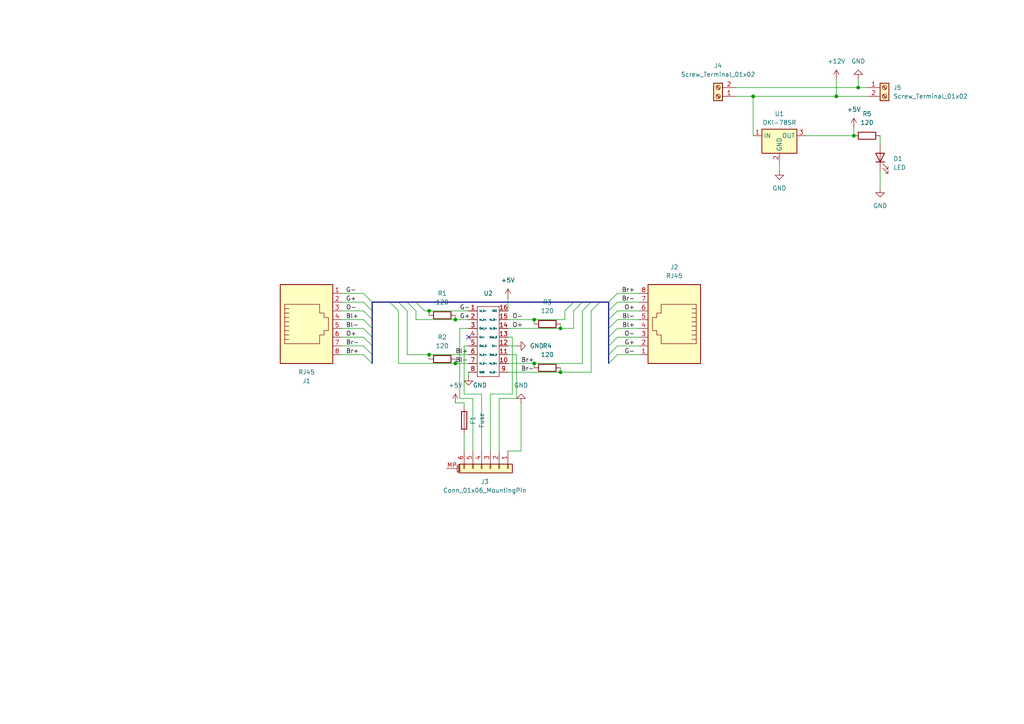
<source format=kicad_sch>
(kicad_sch (version 20231120) (generator "eeschema") (generator_version "8.0")
  (paper "A4")
  (lib_symbols
    (symbol "Connector:RJ45" (pin_names (offset 1.016))
      (property "Reference" "J" (at -5.08 13.97 0))
      (property "Value" "RJ45" (at 2.54 13.97 0))
      (symbol "RJ45_0_1"
        (polyline (pts (xy -5.08 4.445) (xy -6.35 4.445)))
        (polyline (pts (xy -5.08 5.715) (xy -6.35 5.715)))
        (polyline (pts (xy -6.35 -3.175) (xy -5.08 -3.175) (xy -5.08 -3.175)))
        (polyline (pts (xy -6.35 -1.905) (xy -5.08 -1.905) (xy -5.08 -1.905)))
        (polyline (pts (xy -6.35 -0.635) (xy -5.08 -0.635) (xy -5.08 -0.635)))
        (polyline (pts (xy -6.35 0.635) (xy -5.08 0.635) (xy -5.08 0.635)))
        (polyline (pts (xy -6.35 1.905) (xy -5.08 1.905) (xy -5.08 1.905)))
        (polyline (pts (xy -5.08 3.175) (xy -6.35 3.175) (xy -6.35 3.175)))
        (polyline (pts (xy -6.35 -4.445) (xy -6.35 6.985) (xy 3.81 6.985) (xy 3.81 4.445) (xy 5.08 4.445) (xy 5.08 3.175) (xy 6.35 3.175) (xy 6.35 -0.635) (xy 5.08 -0.635) (xy 5.08 -1.905) (xy 3.81 -1.905) (xy 3.81 -4.445) (xy -6.35 -4.445) (xy -6.35 -4.445)))
        (rectangle (start 7.62 12.7) (end -7.62 -10.16) (stroke (width 0.254)) (fill (type background)))
      )
      (symbol "RJ45_1_1"
        (pin passive line (at 10.16 -7.62 180) (length 2.54) (name "~") (number "1"))
        (pin passive line (at 10.16 -5.08 180) (length 2.54) (name "~") (number "2"))
        (pin passive line (at 10.16 -2.54 180) (length 2.54) (name "~") (number "3"))
        (pin passive line (at 10.16 0 180) (length 2.54) (name "~") (number "4"))
        (pin passive line (at 10.16 2.54 180) (length 2.54) (name "~") (number "5"))
        (pin passive line (at 10.16 5.08 180) (length 2.54) (name "~") (number "6"))
        (pin passive line (at 10.16 7.62 180) (length 2.54) (name "~") (number "7"))
        (pin passive line (at 10.16 10.16 180) (length 2.54) (name "~") (number "8"))
      )
    )
    (symbol "Connector:Screw_Terminal_01x02" (pin_names (offset 1.016) hide)
      (property "Reference" "J" (at 0 2.54 0))
      (property "Value" "Screw_Terminal_01x02" (at 0 -5.08 0))
      (symbol "Screw_Terminal_01x02_1_1"
        (rectangle (start -1.27 1.27) (end 1.27 -3.81) (stroke (width 0.254)) (fill (type background)))
        (circle (center 0 -2.54) (radius 0.635) (stroke (width 0.1524)))
        (polyline (pts (xy -0.5334 -2.2098) (xy 0.3302 -3.048)) (stroke (width 0.1524)))
        (polyline (pts (xy -0.5334 0.3302) (xy 0.3302 -0.508)) (stroke (width 0.1524)))
        (polyline (pts (xy -0.3556 -2.032) (xy 0.508 -2.8702)) (stroke (width 0.1524)))
        (polyline (pts (xy -0.3556 0.508) (xy 0.508 -0.3302)) (stroke (width 0.1524)))
        (circle (center 0 0) (radius 0.635) (stroke (width 0.1524)))
        (pin passive line (at -5.08 0 0) (length 3.81) (name "Pin_1") (number "1"))
        (pin passive line (at -5.08 -2.54 0) (length 3.81) (name "Pin_2") (number "2"))
      )
    )
    (symbol "Connector_Generic_MountingPin:Conn_01x06_MountingPin" (pin_names (offset 1.016) hide)
      (property "Reference" "J" (at 0 7.62 0))
      (property "Value" "Conn_01x06_MountingPin" (at 1.27 -10.16 0))
      (symbol "Conn_01x06_MountingPin_1_1"
        (rectangle (start -1.27 -7.493) (end 0 -7.747) (stroke (width 0.1524)))
        (rectangle (start -1.27 -4.953) (end 0 -5.207) (stroke (width 0.1524)))
        (rectangle (start -1.27 -2.413) (end 0 -2.667) (stroke (width 0.1524)))
        (rectangle (start -1.27 0.127) (end 0 -0.127) (stroke (width 0.1524)))
        (rectangle (start -1.27 2.667) (end 0 2.413) (stroke (width 0.1524)))
        (rectangle (start -1.27 5.207) (end 0 4.953) (stroke (width 0.1524)))
        (rectangle (start -1.27 6.35) (end 1.27 -8.89) (stroke (width 0.254)) (fill (type background)))
        (polyline (pts (xy -1.016 -9.652) (xy 1.016 -9.652)) (stroke (width 0.1524)))
        (text "Mounting" (at 0 -9.271 0) (effects (font (size 0.381 0.381))))
        (pin passive line (at -5.08 5.08 0) (length 3.81) (name "Pin_1") (number "1"))
        (pin passive line (at -5.08 2.54 0) (length 3.81) (name "Pin_2") (number "2"))
        (pin passive line (at -5.08 0 0) (length 3.81) (name "Pin_3") (number "3"))
        (pin passive line (at -5.08 -2.54 0) (length 3.81) (name "Pin_4") (number "4"))
        (pin passive line (at -5.08 -5.08 0) (length 3.81) (name "Pin_5") (number "5"))
        (pin passive line (at -5.08 -7.62 0) (length 3.81) (name "Pin_6") (number "6"))
        (pin passive line (at 0 -12.7 90) (length 3.048) (name "MountPin") (number "MP"))
      )
    )
    (symbol "Converter_DCDC:OKI-78SR-3.3_1.5-W36-C"
      (property "Reference" "U" (at -3.81 3.175 0))
      (property "Value" "OKI-78SR-3.3_1.5-W36-C" (at 0 3.175 0))
      (symbol "OKI-78SR-3.3_1.5-W36-C_0_1"
        (rectangle (start -5.08 1.905) (end 5.08 -5.08) (stroke (width 0.254)) (fill (type background)))
      )
      (symbol "OKI-78SR-3.3_1.5-W36-C_1_1"
        (pin power_in line (at -7.62 0 0) (length 2.54) (name "IN") (number "1"))
        (pin power_in line (at 0 -7.62 90) (length 2.54) (name "GND") (number "2"))
        (pin power_out line (at 7.62 0 180) (length 2.54) (name "OUT") (number "3"))
      )
    )
    (symbol "Device:Fuse" (pin_numbers hide) (pin_names (offset 0))
      (property "Reference" "F" (at 2.032 0 90))
      (property "Value" "Fuse" (at -1.905 0 90))
      (symbol "Fuse_0_1"
        (rectangle (start -0.762 -2.54) (end 0.762 2.54) (stroke (width 0.254)))
        (polyline (pts (xy 0 2.54) (xy 0 -2.54)))
      )
      (symbol "Fuse_1_1"
        (pin passive line (at 0 3.81 270) (length 1.27) (name "~") (number "1"))
        (pin passive line (at 0 -3.81 90) (length 1.27) (name "~") (number "2"))
      )
    )
    (symbol "Device:LED" (pin_numbers hide) (pin_names (offset 1.016) hide)
      (property "Reference" "D" (at 0 2.54 0))
      (property "Value" "LED" (at 0 -2.54 0))
      (symbol "LED_0_1"
        (polyline (pts (xy -1.27 -1.27) (xy -1.27 1.27)) (stroke (width 0.254)))
        (polyline (pts (xy -1.27 0) (xy 1.27 0)))
        (polyline (pts (xy 1.27 -1.27) (xy 1.27 1.27) (xy -1.27 0) (xy 1.27 -1.27)) (stroke (width 0.254)))
        (polyline (pts (xy -3.048 -0.762) (xy -4.572 -2.286) (xy -3.81 -2.286) (xy -4.572 -2.286) (xy -4.572 -1.524)))
        (polyline (pts (xy -1.778 -0.762) (xy -3.302 -2.286) (xy -2.54 -2.286) (xy -3.302 -2.286) (xy -3.302 -1.524)))
      )
      (symbol "LED_1_1"
        (pin passive line (at -3.81 0 0) (length 2.54) (name "K") (number "1"))
        (pin passive line (at 3.81 0 180) (length 2.54) (name "A") (number "2"))
      )
    )
    (symbol "Device:R" (pin_numbers hide) (pin_names (offset 0))
      (property "Reference" "R" (at 2.032 0 90))
      (property "Value" "R" (at 0 0 90))
      (symbol "R_0_1"
        (rectangle (start -1.016 -2.54) (end 1.016 2.54) (stroke (width 0.254)))
      )
      (symbol "R_1_1"
        (pin passive line (at 0 3.81 270) (length 1.27) (name "~") (number "1"))
        (pin passive line (at 0 -3.81 90) (length 1.27) (name "~") (number "2"))
      )
    )
    (symbol "SMM:DS26C32ATMX"
      (property "Reference" "U" (at 0 0 0))
      (symbol "DS26C32ATMX_0_1"
        (rectangle (start 0 20.32) (end 6.35 0))
      )
      (symbol "DS26C32ATMX_1_1"
        (pin input line (at -2.54 19.05 0) (length 2.54) (name "In_A-") (number "1"))
        (pin input line (at 8.89 3.81 180) (length 2.54) (name "In_D+") (number "10"))
        (pin input line (at 8.89 6.35 180) (length 2.54) (name "Out_D") (number "11"))
        (pin input line (at 8.89 8.89 180) (length 2.54) (name "En-") (number "12"))
        (pin input line (at 8.89 11.43 180) (length 2.54) (name "Out_B") (number "13"))
        (pin input line (at 8.89 13.97 180) (length 2.54) (name "In_B+") (number "14"))
        (pin input line (at 8.89 16.51 180) (length 2.54) (name "In_B-") (number "15"))
        (pin input line (at 8.89 19.05 180) (length 2.54) (name "VCC") (number "16"))
        (pin input line (at -2.54 16.51 0) (length 2.54) (name "In_A+") (number "2"))
        (pin input line (at -2.54 13.97 0) (length 2.54) (name "Out_A") (number "3"))
        (pin input line (at -2.54 11.43 0) (length 2.54) (name "En+") (number "4"))
        (pin input line (at -2.54 8.89 0) (length 2.54) (name "Out_C") (number "5"))
        (pin input line (at -2.54 6.35 0) (length 2.54) (name "In_C+") (number "6"))
        (pin input line (at -2.54 3.81 0) (length 2.54) (name "In_C-") (number "7"))
        (pin input line (at -2.54 1.27 0) (length 2.54) (name "GND") (number "8"))
        (pin input line (at 8.89 1.27 180) (length 2.54) (name "In_D-") (number "9"))
      )
    )
    (symbol "power:+12V" (power) (pin_numbers hide) (pin_names (offset 0) hide)
      (property "Value" "+12V" (at 0 3.556 0))
      (symbol "+12V_0_1"
        (polyline (pts (xy -0.762 1.27) (xy 0 2.54)))
        (polyline (pts (xy 0 0) (xy 0 2.54)))
        (polyline (pts (xy 0 2.54) (xy 0.762 1.27)))
      )
      (symbol "+12V_1_1"
        (pin power_in line (at 0 0 90) (length 0) (name "~") (number "1"))
      )
    )
    (symbol "power:+5V" (power) (pin_numbers hide) (pin_names (offset 0) hide)
      (property "Value" "+5V" (at 0 3.556 0))
      (symbol "+5V_0_1"
        (polyline (pts (xy -0.762 1.27) (xy 0 2.54)))
        (polyline (pts (xy 0 0) (xy 0 2.54)))
        (polyline (pts (xy 0 2.54) (xy 0.762 1.27)))
      )
      (symbol "+5V_1_1"
        (pin power_in line (at 0 0 90) (length 0) (name "~") (number "1"))
      )
    )
    (symbol "power:GND" (power) (pin_numbers hide) (pin_names (offset 0) hide)
      (property "Value" "GND" (at 0 -3.81 0))
      (symbol "GND_0_1"
        (polyline (pts (xy 0 0) (xy 0 -1.27) (xy 1.27 -1.27) (xy 0 -2.54) (xy -1.27 -1.27) (xy 0 -1.27)))
      )
      (symbol "GND_1_1"
        (pin power_in line (at 0 0 270) (length 0) (name "~") (number "1"))
      )
    )
  )
  (junction (at 162.56 107.95))
  (junction (at 162.56 95.25))
  (junction (at 132.08 105.41))
  (junction (at 242.57 27.94))
  (junction (at 154.94 105.41))
  (junction (at 218.44 27.94))
  (junction (at 248.92 25.4))
  (junction (at 247.65 39.37))
  (junction (at 154.94 92.71))
  (junction (at 124.46 102.87))
  (junction (at 132.08 92.71))
  (junction (at 124.46 90.17))
  (no_connect (at 135.89 97.79))
  (bus_entry (at 179.07 95.25) (size -2.54 2.54))
  (bus_entry (at 179.07 90.17) (size -2.54 2.54))
  (bus_entry (at 163.83 90.17) (size 2.54 -2.54))
  (bus_entry (at 120.65 87.63) (size 2.54 2.54))
  (bus_entry (at 168.91 90.17) (size 2.54 -2.54))
  (bus_entry (at 179.07 87.63) (size -2.54 2.54))
  (bus_entry (at 105.41 87.63) (size 2.54 2.54))
  (bus_entry (at 105.41 90.17) (size 2.54 2.54))
  (bus_entry (at 105.41 100.33) (size 2.54 2.54))
  (bus_entry (at 179.07 97.79) (size -2.54 2.54))
  (bus_entry (at 105.41 102.87) (size 2.54 2.54))
  (bus_entry (at 118.11 87.63) (size 2.54 2.54))
  (bus_entry (at 179.07 85.09) (size -2.54 2.54))
  (bus_entry (at 171.45 90.17) (size 2.54 -2.54))
  (bus_entry (at 179.07 102.87) (size -2.54 2.54))
  (bus_entry (at 179.07 100.33) (size -2.54 2.54))
  (bus_entry (at 105.41 85.09) (size 2.54 2.54))
  (bus_entry (at 179.07 92.71) (size -2.54 2.54))
  (bus_entry (at 105.41 92.71) (size 2.54 2.54))
  (bus_entry (at 113.03 87.63) (size 2.54 2.54))
  (bus_entry (at 105.41 95.25) (size 2.54 2.54))
  (bus_entry (at 115.57 87.63) (size 2.54 2.54))
  (bus_entry (at 166.37 90.17) (size 2.54 -2.54))
  (bus_entry (at 105.41 97.79) (size 2.54 2.54))
  (wire (pts (xy 147.32 100.33) (xy 149.86 100.33)))
  (wire (pts (xy 99.06 87.63) (xy 105.41 87.63)))
  (bus (pts (xy 176.53 90.17) (xy 176.53 92.71)))
  (bus (pts (xy 115.57 87.63) (xy 118.11 87.63)))
  (wire (pts (xy 120.65 90.17) (xy 120.65 92.71)))
  (wire (pts (xy 124.46 90.17) (xy 135.89 90.17)))
  (bus (pts (xy 176.53 87.63) (xy 176.53 90.17)))
  (wire (pts (xy 162.56 106.68) (xy 162.56 107.95)))
  (bus (pts (xy 176.53 102.87) (xy 176.53 105.41)))
  (wire (pts (xy 147.32 97.79) (xy 148.59 97.79)))
  (bus (pts (xy 173.99 87.63) (xy 176.53 87.63)))
  (wire (pts (xy 248.92 25.4) (xy 251.46 25.4)))
  (wire (pts (xy 123.19 90.17) (xy 124.46 90.17)))
  (wire (pts (xy 99.06 100.33) (xy 105.41 100.33)))
  (wire (pts (xy 247.65 39.37) (xy 233.68 39.37)))
  (wire (pts (xy 144.78 130.81) (xy 144.78 115.57)))
  (bus (pts (xy 107.95 92.71) (xy 107.95 90.17)))
  (wire (pts (xy 135.89 100.33) (xy 134.62 100.33)))
  (bus (pts (xy 118.11 87.63) (xy 120.65 87.63)))
  (wire (pts (xy 118.11 102.87) (xy 124.46 102.87)))
  (wire (pts (xy 115.57 105.41) (xy 132.08 105.41)))
  (wire (pts (xy 154.94 92.71) (xy 147.32 92.71)))
  (bus (pts (xy 107.95 87.63) (xy 113.03 87.63)))
  (wire (pts (xy 132.08 92.71) (xy 135.89 92.71)))
  (wire (pts (xy 162.56 93.98) (xy 162.56 95.25)))
  (wire (pts (xy 149.86 102.87) (xy 149.86 115.57)))
  (wire (pts (xy 133.35 115.57) (xy 137.16 115.57)))
  (wire (pts (xy 218.44 27.94) (xy 242.57 27.94)))
  (wire (pts (xy 168.91 90.17) (xy 168.91 105.41)))
  (bus (pts (xy 176.53 95.25) (xy 176.53 97.79)))
  (wire (pts (xy 168.91 105.41) (xy 154.94 105.41)))
  (wire (pts (xy 171.45 107.95) (xy 162.56 107.95)))
  (wire (pts (xy 242.57 27.94) (xy 251.46 27.94)))
  (wire (pts (xy 133.35 95.25) (xy 133.35 115.57)))
  (wire (pts (xy 154.94 105.41) (xy 147.32 105.41)))
  (wire (pts (xy 248.92 22.86) (xy 248.92 25.4)))
  (bus (pts (xy 176.53 100.33) (xy 176.53 102.87)))
  (wire (pts (xy 99.06 95.25) (xy 105.41 95.25)))
  (bus (pts (xy 107.95 102.87) (xy 107.95 100.33)))
  (wire (pts (xy 147.32 102.87) (xy 149.86 102.87)))
  (bus (pts (xy 107.95 97.79) (xy 107.95 95.25)))
  (wire (pts (xy 132.08 116.84) (xy 134.62 116.84)))
  (wire (pts (xy 99.06 92.71) (xy 105.41 92.71)))
  (wire (pts (xy 133.35 95.25) (xy 135.89 95.25)))
  (wire (pts (xy 185.42 100.33) (xy 179.07 100.33)))
  (wire (pts (xy 162.56 107.95) (xy 147.32 107.95)))
  (wire (pts (xy 135.89 107.95) (xy 135.89 109.22)))
  (wire (pts (xy 166.37 95.25) (xy 162.56 95.25)))
  (wire (pts (xy 218.44 27.94) (xy 218.44 39.37)))
  (wire (pts (xy 132.08 104.14) (xy 132.08 105.41)))
  (wire (pts (xy 137.16 115.57) (xy 137.16 130.81)))
  (bus (pts (xy 107.95 95.25) (xy 107.95 92.71)))
  (wire (pts (xy 134.62 116.84) (xy 134.62 118.11)))
  (wire (pts (xy 213.36 27.94) (xy 218.44 27.94)))
  (wire (pts (xy 99.06 97.79) (xy 105.41 97.79)))
  (bus (pts (xy 113.03 87.63) (xy 115.57 87.63)))
  (wire (pts (xy 242.57 22.86) (xy 242.57 27.94)))
  (bus (pts (xy 176.53 97.79) (xy 176.53 100.33)))
  (wire (pts (xy 118.11 90.17) (xy 118.11 102.87)))
  (wire (pts (xy 171.45 90.17) (xy 171.45 107.95)))
  (wire (pts (xy 185.42 90.17) (xy 179.07 90.17)))
  (wire (pts (xy 142.24 130.81) (xy 142.24 114.3)))
  (wire (pts (xy 139.7 114.3) (xy 134.62 114.3)))
  (wire (pts (xy 124.46 102.87) (xy 135.89 102.87)))
  (wire (pts (xy 226.06 46.99) (xy 226.06 49.53)))
  (wire (pts (xy 163.83 90.17) (xy 163.83 92.71)))
  (wire (pts (xy 185.42 87.63) (xy 179.07 87.63)))
  (wire (pts (xy 162.56 95.25) (xy 147.32 95.25)))
  (wire (pts (xy 148.59 97.79) (xy 148.59 114.3)))
  (wire (pts (xy 255.27 39.37) (xy 255.27 41.91)))
  (wire (pts (xy 185.42 92.71) (xy 179.07 92.71)))
  (wire (pts (xy 185.42 102.87) (xy 179.07 102.87)))
  (wire (pts (xy 185.42 95.25) (xy 179.07 95.25)))
  (wire (pts (xy 124.46 90.17) (xy 124.46 91.44)))
  (wire (pts (xy 120.65 92.71) (xy 132.08 92.71)))
  (bus (pts (xy 120.65 87.63) (xy 166.37 87.63)))
  (wire (pts (xy 139.7 130.81) (xy 139.7 114.3)))
  (wire (pts (xy 144.78 115.57) (xy 149.86 115.57)))
  (wire (pts (xy 99.06 90.17) (xy 105.41 90.17)))
  (bus (pts (xy 176.53 92.71) (xy 176.53 95.25)))
  (wire (pts (xy 154.94 105.41) (xy 154.94 106.68)))
  (wire (pts (xy 185.42 97.79) (xy 179.07 97.79)))
  (wire (pts (xy 213.36 25.4) (xy 248.92 25.4)))
  (wire (pts (xy 151.13 130.81) (xy 151.13 116.84)))
  (wire (pts (xy 166.37 90.17) (xy 166.37 95.25)))
  (wire (pts (xy 142.24 114.3) (xy 148.59 114.3)))
  (wire (pts (xy 154.94 92.71) (xy 154.94 93.98)))
  (wire (pts (xy 163.83 92.71) (xy 154.94 92.71)))
  (wire (pts (xy 255.27 49.53) (xy 255.27 54.61)))
  (wire (pts (xy 132.08 91.44) (xy 132.08 92.71)))
  (wire (pts (xy 124.46 102.87) (xy 124.46 104.14)))
  (wire (pts (xy 147.32 86.36) (xy 147.32 90.17)))
  (wire (pts (xy 247.65 36.83) (xy 247.65 39.37)))
  (wire (pts (xy 99.06 85.09) (xy 105.41 85.09)))
  (bus (pts (xy 107.95 100.33) (xy 107.95 97.79)))
  (wire (pts (xy 134.62 125.73) (xy 134.62 130.81)))
  (bus (pts (xy 107.95 90.17) (xy 107.95 87.63)))
  (wire (pts (xy 115.57 90.17) (xy 115.57 105.41)))
  (bus (pts (xy 166.37 87.63) (xy 168.91 87.63)))
  (wire (pts (xy 134.62 100.33) (xy 134.62 114.3)))
  (wire (pts (xy 185.42 85.09) (xy 179.07 85.09)))
  (bus (pts (xy 107.95 102.87) (xy 107.95 105.41)))
  (wire (pts (xy 147.32 130.81) (xy 151.13 130.81)))
  (bus (pts (xy 171.45 87.63) (xy 173.99 87.63)))
  (bus (pts (xy 168.91 87.63) (xy 171.45 87.63)))
  (wire (pts (xy 132.08 105.41) (xy 135.89 105.41)))
  (wire (pts (xy 99.06 102.87) (xy 105.41 102.87)))
  (label "O+" (at 148.59 95.25 0))
  (label "O+" (at 100.33 97.79 0))
  (label "Br+" (at 100.33 102.87 0))
  (label "Bl-" (at 100.33 95.25 0))
  (label "Bl+" (at 100.33 92.71 0))
  (label "G-" (at 184.15 102.87 180))
  (label "O-" (at 184.15 97.79 180))
  (label "O+" (at 184.15 90.17 180))
  (label "Bl+" (at 132.08 102.87 0))
  (label "Br-" (at 100.33 100.33 0))
  (label "Br+" (at 184.15 85.09 180))
  (label "Br+" (at 151.13 105.41 0))
  (label "Bl+" (at 184.15 95.25 180))
  (label "G+" (at 133.35 92.71 0))
  (label "Bl-" (at 132.08 105.41 0))
  (label "G+" (at 100.33 87.63 0))
  (label "Bl-" (at 184.15 92.71 180))
  (label "Br-" (at 151.13 107.95 0))
  (label "O-" (at 100.33 90.17 0))
  (label "G+" (at 184.15 100.33 180))
  (label "O-" (at 148.59 92.71 0))
  (label "Br-" (at 184.15 87.63 180))
  (label "G-" (at 133.35 90.17 0))
  (label "G-" (at 100.33 85.09 0))
  (symbol (lib_id "Device:R") (at 128.27 91.44 90) (unit 1)
    (property "Reference" "R1" (at 128.27 85.09 90))
    (property "Value" "120" (at 128.27 87.63 90))
    (property "Footprint" "OptoDevice:R_LDR_5.0x4.1mm_P3mm_Vertical" (effects (hide yes)))
    (property "Description" "Resistor" (effects (hide yes)))
  )
  (symbol (lib_id "power:GND") (at 149.86 100.33 90) (unit 1)
    (property "Reference" "#PWR07" (effects (hide yes)))
    (property "Value" "GND" (at 153.67 100.3299 90) (effects (justify right)))
    (property "Description" "Power symbol creates a global label with name \"GND\" , ground" (effects (hide yes)))
  )
  (symbol (lib_id "power:+5V") (at 247.65 36.83 0) (unit 1)
    (property "Reference" "#PWR03" (effects (hide yes)))
    (property "Value" "+5V" (at 247.65 31.75 0))
    (property "Description" "Power symbol creates a global label with name \"+5V\"" (effects (hide yes)))
  )
  (symbol (lib_id "power:+12V") (at 242.57 22.86 0) (unit 1)
    (property "Reference" "#PWR02" (effects (hide yes)))
    (property "Value" "+12V" (at 242.57 17.78 0))
    (property "Description" "Power symbol creates a global label with name \"+12V\"" (effects (hide yes)))
  )
  (symbol (lib_id "Connector:RJ45") (at 88.9 92.71 0) (mirror x) (unit 1)
    (property "Reference" "J1" (at 88.9 110.49 0))
    (property "Value" "RJ45" (at 88.9 107.95 0))
    (property "Footprint" "Connector_RJ:RJ45_Ninigi_GE" (effects (hide yes)))
    (property "LCSC" "C708636" (effects (hide yes)))
  )
  (symbol (lib_id "Connector:RJ45") (at 195.58 95.25 0) (mirror y) (unit 1)
    (property "Reference" "J2" (at 195.58 77.47 0))
    (property "Value" "RJ45" (at 195.58 80.01 0))
    (property "Footprint" "Connector_RJ:RJ45_Ninigi_GE" (effects (hide yes)))
    (property "LCSC" "C708636" (effects (hide yes)))
  )
  (symbol (lib_id "power:+5V") (at 132.08 116.84 0) (unit 1)
    (property "Reference" "#PWR08" (effects (hide yes)))
    (property "Value" "+5V" (at 132.08 111.76 0))
    (property "Description" "Power symbol creates a global label with name \"+5V\"" (effects (hide yes)))
  )
  (symbol (lib_id "power:GND") (at 135.89 109.22 0) (unit 1)
    (property "Reference" "#PWR05" (effects (hide yes)))
    (property "Value" "GND" (at 139.192 111.76 0))
    (property "Description" "Power symbol creates a global label with name \"GND\" , ground" (effects (hide yes)))
  )
  (symbol (lib_id "Connector_Generic_MountingPin:Conn_01x06_MountingPin") (at 142.24 135.89 270) (unit 1)
    (property "Reference" "J3" (at 140.6144 139.7 90))
    (property "Value" "Conn_01x06_MountingPin" (at 140.6144 142.24 90))
    (property "Footprint" "Connector_Phoenix_MC:PhoenixContact_MC_1,5_6-G-3.5_1x06_P3.50mm_Horizontal" (effects (hide yes)))
    (property "Description" "Generic connectable mounting pin connector, single row, 01x06, script generated (kicad-library-utils/schlib/autogen/connector/)" (effects (hide yes)))
  )
  (symbol (lib_id "power:GND") (at 255.27 54.61 0) (unit 1)
    (property "Reference" "#PWR010" (effects (hide yes)))
    (property "Value" "GND" (at 255.27 59.69 0))
    (property "Description" "Power symbol creates a global label with name \"GND\" , ground" (effects (hide yes)))
  )
  (symbol (lib_id "Device:R") (at 251.46 39.37 90) (unit 1)
    (property "Reference" "R5" (at 251.46 33.02 90))
    (property "Value" "120" (at 251.46 35.56 90))
    (property "Footprint" "Resistor_SMD:R_1206_3216Metric" (effects (hide yes)))
    (property "Description" "Resistor" (effects (hide yes)))
  )
  (symbol (lib_id "Connector:Screw_Terminal_01x02") (at 256.54 25.4 0) (unit 1)
    (property "Reference" "J5" (at 259.08 25.3999 0) (effects (justify left)))
    (property "Value" "Screw_Terminal_01x02" (at 259.08 27.9399 0) (effects (justify left)))
    (property "Footprint" "SMM:TerminalBlock_Wago_2x1_2604_1102" (effects (hide yes)))
    (property "Description" "Generic screw terminal, single row, 01x02, script generated (kicad-library-utils/schlib/autogen/connector/)" (effects (hide yes)))
  )
  (symbol (lib_id "Device:R") (at 128.27 104.14 90) (unit 1)
    (property "Reference" "R2" (at 128.27 97.79 90))
    (property "Value" "120" (at 128.27 100.33 90))
    (property "Footprint" "OptoDevice:R_LDR_5.0x4.1mm_P3mm_Vertical" (effects (hide yes)))
    (property "Description" "Resistor" (effects (hide yes)))
  )
  (symbol (lib_id "power:GND") (at 151.13 116.84 180) (unit 1)
    (property "Reference" "#PWR09" (effects (hide yes)))
    (property "Value" "GND" (at 151.13 111.76 0))
    (property "Description" "Power symbol creates a global label with name \"GND\" , ground" (effects (hide yes)))
  )
  (symbol (lib_id "Device:R") (at 158.75 93.98 90) (unit 1)
    (property "Reference" "R3" (at 158.75 87.63 90))
    (property "Value" "120" (at 158.75 90.17 90))
    (property "Footprint" "OptoDevice:R_LDR_5.0x4.1mm_P3mm_Vertical" (effects (hide yes)))
    (property "Description" "Resistor" (effects (hide yes)))
  )
  (symbol (lib_id "Converter_DCDC:OKI-78SR-3.3_1.5-W36-C") (at 226.06 39.37 0) (unit 1)
    (property "Reference" "U1" (at 226.06 33.02 0))
    (property "Value" "OKI-78SR" (at 226.06 35.56 0))
    (property "Footprint" "Converter_DCDC:Converter_DCDC_Murata_OKI-78SR_Vertical" (effects (hide yes)))
    (property "Datasheet" "https://power.murata.com/data/power/oki-78sr.pdf" (effects (hide yes)))
    (property "Description" "1.5A Step-Down DC/DC-Regulator, 7-36V input, 3.3V fixed Output Voltage, LM78xx replacement, -40°C to +85°C, OKI-78SR_Vertical" (effects (hide yes)))
  )
  (symbol (lib_id "Device:LED") (at 255.27 45.72 90) (unit 1)
    (property "Reference" "D1" (at 259.08 46.0374 90) (effects (justify right)))
    (property "Value" "LED" (at 259.08 48.5774 90) (effects (justify right)))
    (property "Footprint" "LED_THT:LED_D3.0mm" (effects (hide yes)))
    (property "Description" "Light emitting diode" (effects (hide yes)))
  )
  (symbol (lib_id "power:GND") (at 248.92 22.86 180) (unit 1)
    (property "Reference" "#PWR04" (effects (hide yes)))
    (property "Value" "GND" (at 248.92 17.78 0))
    (property "Description" "Power symbol creates a global label with name \"GND\" , ground" (effects (hide yes)))
  )
  (symbol (lib_id "Device:R") (at 158.75 106.68 90) (unit 1)
    (property "Reference" "R4" (at 158.75 100.33 90))
    (property "Value" "120" (at 158.75 102.87 90))
    (property "Footprint" "OptoDevice:R_LDR_5.0x4.1mm_P3mm_Vertical" (effects (hide yes)))
    (property "Description" "Resistor" (effects (hide yes)))
  )
  (symbol (lib_id "power:GND") (at 226.06 49.53 0) (unit 1)
    (property "Reference" "#PWR01" (effects (hide yes)))
    (property "Value" "GND" (at 226.06 54.61 0))
    (property "Description" "Power symbol creates a global label with name \"GND\" , ground" (effects (hide yes)))
  )
  (symbol (lib_id "power:+5V") (at 147.32 86.36 0) (unit 1)
    (property "Reference" "#PWR06" (effects (hide yes)))
    (property "Value" "+5V" (at 147.32 81.28 0))
    (property "Description" "Power symbol creates a global label with name \"+5V\"" (effects (hide yes)))
  )
  (symbol (lib_id "Connector:Screw_Terminal_01x02") (at 208.28 27.94 180) (unit 1)
    (property "Reference" "J4" (at 208.28 19.05 0))
    (property "Value" "Screw_Terminal_01x02" (at 208.28 21.59 0))
    (property "Footprint" "SMM:TerminalBlock_Wago_2x1_2604_1102" (effects (hide yes)))
    (property "Description" "Generic screw terminal, single row, 01x02, script generated (kicad-library-utils/schlib/autogen/connector/)" (effects (hide yes)))
  )
  (symbol (lib_id "SMM:DS26C32ATMX") (at 138.43 109.22 0) (unit 1)
    (property "Reference" "U2" (at 141.605 85.09 0))
    (property "Value" "~" (at 141.605 87.63 0))
    (property "Footprint" "SMM:DS26C31TMX" (effects (hide yes)))
  )
  (symbol (lib_id "Device:Fuse") (at 134.62 121.92 0) (mirror y) (unit 1)
    (property "Reference" "F1" (at 137.16 121.92 90))
    (property "Value" "Fuse" (at 139.7 121.92 90))
    (property "Footprint" "SMM:Mini Fuse Holder" (effects (hide yes)))
  )
)
</source>
